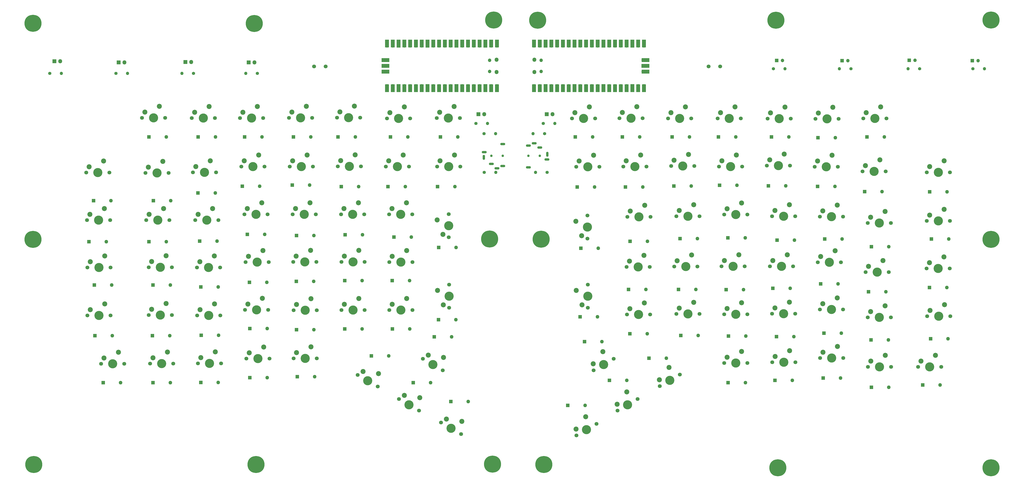
<source format=gbr>
%TF.GenerationSoftware,KiCad,Pcbnew,7.0.1-3b83917a11~172~ubuntu22.04.1*%
%TF.CreationDate,2023-03-31T12:58:08+02:00*%
%TF.ProjectId,Europe-ergo,4575726f-7065-42d6-9572-676f2e6b6963,rev?*%
%TF.SameCoordinates,Original*%
%TF.FileFunction,Soldermask,Bot*%
%TF.FilePolarity,Negative*%
%FSLAX46Y46*%
G04 Gerber Fmt 4.6, Leading zero omitted, Abs format (unit mm)*
G04 Created by KiCad (PCBNEW 7.0.1-3b83917a11~172~ubuntu22.04.1) date 2023-03-31 12:58:08*
%MOMM*%
%LPD*%
G01*
G04 APERTURE LIST*
%ADD10O,1.100000X2.200000*%
%ADD11O,2.200000X1.100000*%
%ADD12C,1.100000*%
%ADD13R,1.600000X1.600000*%
%ADD14O,1.600000X1.600000*%
%ADD15C,7.500000*%
%ADD16C,1.700000*%
%ADD17C,4.000000*%
%ADD18C,2.200000*%
%ADD19R,1.500000X1.500000*%
%ADD20O,1.500000X1.500000*%
%ADD21C,1.400000*%
%ADD22O,1.400000X1.400000*%
%ADD23R,1.800000X1.800000*%
%ADD24O,1.800000X1.800000*%
%ADD25O,1.700000X1.700000*%
%ADD26R,1.700000X3.500000*%
%ADD27R,1.700000X1.700000*%
%ADD28R,3.500000X1.700000*%
G04 APERTURE END LIST*
D10*
%TO.C,J2*%
X326275000Y-91550000D03*
D11*
X322975000Y-88650000D03*
X326075000Y-93850000D03*
X317975000Y-87750000D03*
X317975000Y-97350000D03*
X320475000Y-86750000D03*
D12*
X317975000Y-92250000D03*
X322975000Y-92250000D03*
%TD*%
D10*
%TO.C,J1*%
X298370000Y-92930000D03*
D11*
X301670000Y-95830000D03*
X298570000Y-90630000D03*
X306670000Y-96730000D03*
X306670000Y-87130000D03*
X304170000Y-97730000D03*
D12*
X306670000Y-92230000D03*
X301670000Y-92230000D03*
%TD*%
D13*
%TO.C,D85*%
X426860000Y-171760000D03*
D14*
X434480000Y-171760000D03*
%TD*%
D13*
%TO.C,D90*%
X153190000Y-192000000D03*
D14*
X160810000Y-192000000D03*
%TD*%
D13*
%TO.C,D92*%
X267380000Y-192000000D03*
D14*
X275000000Y-192000000D03*
%TD*%
D15*
%TO.C,H13*%
X302750000Y-32600000D03*
%TD*%
D13*
%TO.C,D3*%
X193400000Y-84000000D03*
D14*
X201020000Y-84000000D03*
%TD*%
D13*
%TO.C,D22*%
X192360000Y-105600000D03*
D14*
X199980000Y-105600000D03*
%TD*%
D16*
%TO.C,SW41*%
X343900000Y-128700000D03*
D17*
X343900000Y-123620000D03*
D16*
X343900000Y-118540000D03*
D18*
X338820000Y-121080000D03*
X341360000Y-127430000D03*
%TD*%
D16*
%TO.C,SW64*%
X151340000Y-162280000D03*
D17*
X156420000Y-162280000D03*
D16*
X161500000Y-162280000D03*
D18*
X158960000Y-157200000D03*
X152610000Y-159740000D03*
%TD*%
D16*
%TO.C,SW48*%
X492775000Y-120880000D03*
D17*
X497855000Y-120880000D03*
D16*
X502935000Y-120880000D03*
D18*
X500395000Y-115800000D03*
X494045000Y-118340000D03*
%TD*%
D13*
%TO.C,D95*%
X353550000Y-191000000D03*
D14*
X361170000Y-191000000D03*
%TD*%
D13*
%TO.C,D94*%
X335190000Y-202000000D03*
D14*
X342810000Y-202000000D03*
%TD*%
D15*
%TO.C,H6*%
X521000000Y-32600000D03*
%TD*%
D19*
%TO.C,D42*%
X512730000Y-50440000D03*
D20*
X515270000Y-50440000D03*
%TD*%
D16*
%TO.C,SW45*%
X424920000Y-118880000D03*
D17*
X430000000Y-118880000D03*
D16*
X435080000Y-118880000D03*
D18*
X432540000Y-113800000D03*
X426190000Y-116340000D03*
%TD*%
D16*
%TO.C,SW76*%
X403920000Y-161960000D03*
D17*
X409000000Y-161960000D03*
D16*
X414080000Y-161960000D03*
D18*
X411540000Y-156880000D03*
X405190000Y-159420000D03*
%TD*%
D13*
%TO.C,D55*%
X405520000Y-128360000D03*
D14*
X413140000Y-128360000D03*
%TD*%
D13*
%TO.C,D72*%
X152960000Y-171380000D03*
D14*
X160580000Y-171380000D03*
%TD*%
D16*
%TO.C,SW83*%
X172920000Y-183500000D03*
D17*
X178000000Y-183500000D03*
D16*
X183080000Y-183500000D03*
D18*
X180540000Y-178420000D03*
X174190000Y-180960000D03*
%TD*%
D13*
%TO.C,D44*%
X341000000Y-132920000D03*
D14*
X348620000Y-132920000D03*
%TD*%
D16*
%TO.C,SW62*%
X492675000Y-141800000D03*
D17*
X497755000Y-141800000D03*
D16*
X502835000Y-141800000D03*
D18*
X500295000Y-136720000D03*
X493945000Y-139260000D03*
%TD*%
D21*
%TO.C,R2*%
X136920000Y-56000000D03*
D22*
X142000000Y-56000000D03*
%TD*%
D16*
%TO.C,SW47*%
X466920000Y-121840000D03*
D17*
X472000000Y-121840000D03*
D16*
X477080000Y-121840000D03*
D18*
X474540000Y-116760000D03*
X468190000Y-119300000D03*
%TD*%
D15*
%TO.C,H5*%
X100900000Y-228000000D03*
%TD*%
D16*
%TO.C,SW91*%
X375600586Y-193540009D03*
D17*
X379999995Y-191000009D03*
D16*
X384399405Y-188460009D03*
D18*
X379659700Y-185330600D03*
X375430439Y-190705305D03*
%TD*%
D16*
%TO.C,SW75*%
X382920000Y-161800000D03*
D17*
X388000000Y-161800000D03*
D16*
X393080000Y-161800000D03*
D18*
X390540000Y-156720000D03*
X384190000Y-159260000D03*
%TD*%
D15*
%TO.C,H1*%
X100500000Y-34000000D03*
%TD*%
D21*
%TO.C,R14*%
X298460000Y-82500000D03*
D22*
X303540000Y-82500000D03*
%TD*%
D16*
%TO.C,SW40*%
X283000000Y-128080000D03*
D17*
X283000000Y-123000000D03*
D16*
X283000000Y-117920000D03*
D18*
X277920000Y-120460000D03*
X280460000Y-126810000D03*
%TD*%
D13*
%TO.C,D34*%
X151400000Y-130000000D03*
D14*
X159020000Y-130000000D03*
%TD*%
D16*
%TO.C,SW61*%
X465920000Y-143380000D03*
D17*
X471000000Y-143380000D03*
D16*
X476080000Y-143380000D03*
D18*
X473540000Y-138300000D03*
X467190000Y-140840000D03*
%TD*%
D21*
%TO.C,R3*%
X171000000Y-56000000D03*
D22*
X165920000Y-56000000D03*
%TD*%
D13*
%TO.C,D49*%
X173690000Y-129800000D03*
D14*
X181310000Y-129800000D03*
%TD*%
D16*
%TO.C,SW13*%
X443920000Y-76000000D03*
D17*
X449000000Y-76000000D03*
D16*
X454080000Y-76000000D03*
D18*
X451540000Y-70920000D03*
X445190000Y-73460000D03*
%TD*%
D16*
%TO.C,SW39*%
X256840000Y-118000000D03*
D17*
X261920000Y-118000000D03*
D16*
X267000000Y-118000000D03*
D18*
X264460000Y-112920000D03*
X258110000Y-115460000D03*
%TD*%
D16*
%TO.C,SW36*%
X193340000Y-118000000D03*
D17*
X198420000Y-118000000D03*
D16*
X203500000Y-118000000D03*
D18*
X200960000Y-112920000D03*
X194610000Y-115460000D03*
%TD*%
D15*
%TO.C,H16*%
X427400000Y-229450000D03*
%TD*%
D13*
%TO.C,D83*%
X384800000Y-171260000D03*
D14*
X392420000Y-171260000D03*
%TD*%
D13*
%TO.C,D102*%
X195660000Y-189800000D03*
D14*
X203280000Y-189800000D03*
%TD*%
D13*
%TO.C,D5*%
X279380000Y-84000000D03*
D14*
X287000000Y-84000000D03*
%TD*%
D16*
%TO.C,SW29*%
X422590000Y-96610000D03*
D17*
X427670000Y-96610000D03*
D16*
X432750000Y-96610000D03*
D18*
X430210000Y-91530000D03*
X423860000Y-94070000D03*
%TD*%
D13*
%TO.C,D65*%
X195510000Y-147900000D03*
D14*
X203130000Y-147900000D03*
%TD*%
D16*
%TO.C,SW58*%
X402730000Y-140840000D03*
D17*
X407810000Y-140840000D03*
D16*
X412890000Y-140840000D03*
D18*
X410350000Y-135760000D03*
X404000000Y-138300000D03*
%TD*%
D16*
%TO.C,SW60*%
X444920000Y-139040000D03*
D17*
X450000000Y-139040000D03*
D16*
X455080000Y-139040000D03*
D18*
X452540000Y-133960000D03*
X446190000Y-136500000D03*
%TD*%
D13*
%TO.C,D99*%
X174200000Y-191900000D03*
D14*
X181820000Y-191900000D03*
%TD*%
D16*
%TO.C,SW84*%
X194200000Y-181400000D03*
D17*
X199280000Y-181400000D03*
D16*
X204360000Y-181400000D03*
D18*
X201820000Y-176320000D03*
X195470000Y-178860000D03*
%TD*%
D15*
%TO.C,H2*%
X521000000Y-229450000D03*
%TD*%
D16*
%TO.C,SW6*%
X255920000Y-75800000D03*
D17*
X261000000Y-75800000D03*
D16*
X266080000Y-75800000D03*
D18*
X263540000Y-70720000D03*
X257190000Y-73260000D03*
%TD*%
D13*
%TO.C,D50*%
X362550000Y-129840000D03*
D14*
X370170000Y-129840000D03*
%TD*%
D23*
%TO.C,D38*%
X296000000Y-74000000D03*
D24*
X298540000Y-74000000D03*
%TD*%
D16*
%TO.C,SW50*%
X151350000Y-141300000D03*
D17*
X156430000Y-141300000D03*
D16*
X161510000Y-141300000D03*
D18*
X158970000Y-136220000D03*
X152620000Y-138760000D03*
%TD*%
D13*
%TO.C,D48*%
X258920000Y-128000000D03*
D14*
X266540000Y-128000000D03*
%TD*%
D16*
%TO.C,SW46*%
X445920000Y-118980000D03*
D17*
X451000000Y-118980000D03*
D16*
X456080000Y-118980000D03*
D18*
X453540000Y-113900000D03*
X447190000Y-116440000D03*
%TD*%
D13*
%TO.C,D16*%
X153380000Y-112000000D03*
D14*
X161000000Y-112000000D03*
%TD*%
D13*
%TO.C,D80*%
X195700000Y-168180000D03*
D14*
X203320000Y-168180000D03*
%TD*%
D21*
%TO.C,R6*%
X425470000Y-54000000D03*
D22*
X430550000Y-54000000D03*
%TD*%
D16*
%TO.C,SW96*%
X488990000Y-185080000D03*
D17*
X494070000Y-185080000D03*
D16*
X499150000Y-185080000D03*
D18*
X496610000Y-180000000D03*
X490260000Y-182540000D03*
%TD*%
D13*
%TO.C,D93*%
X283889600Y-200284700D03*
D14*
X291509600Y-200284700D03*
%TD*%
D13*
%TO.C,D23*%
X214300000Y-105140000D03*
D14*
X221920000Y-105140000D03*
%TD*%
D16*
%TO.C,SW44*%
X403920000Y-118100000D03*
D17*
X409000000Y-118100000D03*
D16*
X414080000Y-118100000D03*
D18*
X411540000Y-113020000D03*
X405190000Y-115560000D03*
%TD*%
D13*
%TO.C,D18*%
X339410000Y-106005000D03*
D14*
X347030000Y-106005000D03*
%TD*%
D16*
%TO.C,SW34*%
X150220000Y-120500000D03*
D17*
X155300000Y-120500000D03*
D16*
X160380000Y-120500000D03*
D18*
X157840000Y-115420000D03*
X151490000Y-117960000D03*
%TD*%
D16*
%TO.C,SW22*%
X234320000Y-96900000D03*
D17*
X239400000Y-96900000D03*
D16*
X244480000Y-96900000D03*
D18*
X241940000Y-91820000D03*
X235590000Y-94360000D03*
%TD*%
D16*
%TO.C,SW18*%
X149920000Y-99800000D03*
D17*
X155000000Y-99800000D03*
D16*
X160080000Y-99800000D03*
D18*
X157540000Y-94720000D03*
X151190000Y-97260000D03*
%TD*%
D13*
%TO.C,D57*%
X127410000Y-149100000D03*
D14*
X135030000Y-149100000D03*
%TD*%
D16*
%TO.C,SW80*%
X492975000Y-162800000D03*
D17*
X498055000Y-162800000D03*
D16*
X503135000Y-162800000D03*
D18*
X500595000Y-157720000D03*
X494245000Y-160260000D03*
%TD*%
D16*
%TO.C,SW17*%
X123880000Y-99600000D03*
D17*
X128960000Y-99600000D03*
D16*
X134040000Y-99600000D03*
D18*
X131500000Y-94520000D03*
X125150000Y-97060000D03*
%TD*%
D13*
%TO.C,D59*%
X467190000Y-152040000D03*
D14*
X474810000Y-152040000D03*
%TD*%
D16*
%TO.C,SW2*%
X170180000Y-75700000D03*
D17*
X175260000Y-75700000D03*
D16*
X180340000Y-75700000D03*
D18*
X177800000Y-70620000D03*
X171450000Y-73160000D03*
%TD*%
D13*
%TO.C,D62*%
X237390000Y-147100000D03*
D14*
X245010000Y-147100000D03*
%TD*%
D13*
%TO.C,D88*%
X362520000Y-170525000D03*
D14*
X370140000Y-170525000D03*
%TD*%
D16*
%TO.C,SW42*%
X361350000Y-119080000D03*
D17*
X366430000Y-119080000D03*
D16*
X371510000Y-119080000D03*
D18*
X368970000Y-114000000D03*
X362620000Y-116540000D03*
%TD*%
D13*
%TO.C,D47*%
X237540000Y-127000000D03*
D14*
X245160000Y-127000000D03*
%TD*%
D13*
%TO.C,D15*%
X127110000Y-112000000D03*
D14*
X134730000Y-112000000D03*
%TD*%
D13*
%TO.C,D71*%
X127700000Y-171380000D03*
D14*
X135320000Y-171380000D03*
%TD*%
D21*
%TO.C,R8*%
X489630000Y-54000000D03*
D22*
X484550000Y-54000000D03*
%TD*%
D13*
%TO.C,D52*%
X194630000Y-126800000D03*
D14*
X202250000Y-126800000D03*
%TD*%
D16*
%TO.C,SW9*%
X357920000Y-75740000D03*
D17*
X363000000Y-75740000D03*
D16*
X368080000Y-75740000D03*
D18*
X365540000Y-70660000D03*
X359190000Y-73200000D03*
%TD*%
D13*
%TO.C,D20*%
X494045000Y-108065000D03*
D14*
X501665000Y-108065000D03*
%TD*%
D16*
%TO.C,SW19*%
X170730000Y-99540000D03*
D17*
X175810000Y-99540000D03*
D16*
X180890000Y-99540000D03*
D18*
X178350000Y-94460000D03*
X172000000Y-97000000D03*
%TD*%
D15*
%TO.C,H10*%
X322000000Y-32650000D03*
%TD*%
D13*
%TO.C,D66*%
X361930000Y-151040000D03*
D14*
X369550000Y-151040000D03*
%TD*%
D13*
%TO.C,D67*%
X383800000Y-151040000D03*
D14*
X391420000Y-151040000D03*
%TD*%
D13*
%TO.C,D104*%
X426170000Y-191000000D03*
D14*
X433790000Y-191000000D03*
%TD*%
D16*
%TO.C,SW70*%
X283180000Y-159080000D03*
D17*
X283180000Y-154000000D03*
D16*
X283180000Y-148920000D03*
D18*
X278100000Y-151460000D03*
X280640000Y-157810000D03*
%TD*%
D13*
%TO.C,D73*%
X278520000Y-164280000D03*
D14*
X286140000Y-164280000D03*
%TD*%
D13*
%TO.C,D86*%
X447620000Y-170260000D03*
D14*
X455240000Y-170260000D03*
%TD*%
D16*
%TO.C,SW11*%
X401000000Y-75860000D03*
D17*
X406080000Y-75860000D03*
D16*
X411160000Y-75860000D03*
D18*
X408620000Y-70780000D03*
X402270000Y-73320000D03*
%TD*%
D13*
%TO.C,D28*%
X401860000Y-105225000D03*
D14*
X409480000Y-105225000D03*
%TD*%
D21*
%TO.C,R1*%
X107920000Y-56000000D03*
D22*
X113000000Y-56000000D03*
%TD*%
D16*
%TO.C,SW89*%
X339010586Y-215200009D03*
D17*
X343409995Y-212660009D03*
D16*
X347809405Y-210120009D03*
D18*
X343069700Y-206990600D03*
X338840439Y-212365305D03*
%TD*%
D19*
%TO.C,D40*%
X455614700Y-50440000D03*
D20*
X458154700Y-50440000D03*
%TD*%
D16*
%TO.C,SW94*%
X445990000Y-181180000D03*
D17*
X451070000Y-181180000D03*
D16*
X456150000Y-181180000D03*
D18*
X453610000Y-176100000D03*
X447260000Y-178640000D03*
%TD*%
D13*
%TO.C,D30*%
X444860000Y-105740000D03*
D14*
X452480000Y-105740000D03*
%TD*%
D16*
%TO.C,SW1*%
X148380000Y-75600000D03*
D17*
X153460000Y-75600000D03*
D16*
X158540000Y-75600000D03*
D18*
X156000000Y-70520000D03*
X149650000Y-73060000D03*
%TD*%
D15*
%TO.C,H8*%
X426550000Y-32650000D03*
%TD*%
D16*
%TO.C,SW53*%
X214760000Y-138940000D03*
D17*
X219840000Y-138940000D03*
D16*
X224920000Y-138940000D03*
D18*
X222380000Y-133860000D03*
X216030000Y-136400000D03*
%TD*%
D16*
%TO.C,SW56*%
X361050000Y-141080000D03*
D17*
X366130000Y-141080000D03*
D16*
X371210000Y-141080000D03*
D18*
X368670000Y-136000000D03*
X362320000Y-138540000D03*
%TD*%
D13*
%TO.C,D60*%
X493945000Y-150205000D03*
D14*
X501565000Y-150205000D03*
%TD*%
D16*
%TO.C,SW72*%
X346600586Y-186540009D03*
D17*
X350999995Y-184000009D03*
D16*
X355399405Y-181460009D03*
D18*
X350659700Y-178330600D03*
X346430439Y-183705305D03*
%TD*%
D16*
%TO.C,SW78*%
X445920000Y-159800000D03*
D17*
X451000000Y-159800000D03*
D16*
X456080000Y-159800000D03*
D18*
X453540000Y-154720000D03*
X447190000Y-157260000D03*
%TD*%
D13*
%TO.C,D63*%
X258190000Y-147100000D03*
D14*
X265810000Y-147100000D03*
%TD*%
D13*
%TO.C,D51*%
X384520000Y-128700000D03*
D14*
X392140000Y-128700000D03*
%TD*%
D16*
%TO.C,SW77*%
X424920000Y-161720000D03*
D17*
X430000000Y-161720000D03*
D16*
X435080000Y-161720000D03*
D18*
X432540000Y-156640000D03*
X426190000Y-159180000D03*
%TD*%
D16*
%TO.C,SW28*%
X401590000Y-97000000D03*
D17*
X406670000Y-97000000D03*
D16*
X411750000Y-97000000D03*
D18*
X409210000Y-91920000D03*
X402860000Y-94460000D03*
%TD*%
D13*
%TO.C,D13*%
X381000000Y-84000000D03*
D14*
X388620000Y-84000000D03*
%TD*%
D23*
%TO.C,D32*%
X138100000Y-51200000D03*
D24*
X140640000Y-51200000D03*
%TD*%
D16*
%TO.C,SW95*%
X466990000Y-185080000D03*
D17*
X472070000Y-185080000D03*
D16*
X477150000Y-185080000D03*
D18*
X474610000Y-180000000D03*
X468260000Y-182540000D03*
%TD*%
D16*
%TO.C,SW3*%
X191380000Y-75700000D03*
D17*
X196460000Y-75700000D03*
D16*
X201540000Y-75700000D03*
D18*
X199000000Y-70620000D03*
X192650000Y-73160000D03*
%TD*%
D13*
%TO.C,D78*%
X494475000Y-172660000D03*
D14*
X502095000Y-172660000D03*
%TD*%
D13*
%TO.C,D12*%
X234380000Y-84000000D03*
D14*
X242000000Y-84000000D03*
%TD*%
D13*
%TO.C,D2*%
X173000000Y-84000000D03*
D14*
X180620000Y-84000000D03*
%TD*%
D16*
%TO.C,SW7*%
X277720000Y-75700000D03*
D17*
X282800000Y-75700000D03*
D16*
X287880000Y-75700000D03*
D18*
X285340000Y-70620000D03*
X278990000Y-73160000D03*
%TD*%
D16*
%TO.C,SW55*%
X256920000Y-139000000D03*
D17*
X262000000Y-139000000D03*
D16*
X267080000Y-139000000D03*
D18*
X264540000Y-133920000D03*
X258190000Y-136460000D03*
%TD*%
D21*
%TO.C,R9*%
X513010000Y-54000000D03*
D22*
X518090000Y-54000000D03*
%TD*%
D13*
%TO.C,D87*%
X258280000Y-168380000D03*
D14*
X265900000Y-168380000D03*
%TD*%
D13*
%TO.C,D53*%
X216140000Y-127340000D03*
D14*
X223760000Y-127340000D03*
%TD*%
D16*
%TO.C,SW57*%
X381920000Y-140980000D03*
D17*
X387000000Y-140980000D03*
D16*
X392080000Y-140980000D03*
D18*
X389540000Y-135900000D03*
X383190000Y-138440000D03*
%TD*%
D21*
%TO.C,R11*%
X326170000Y-99500000D03*
D22*
X321090000Y-99500000D03*
%TD*%
D15*
%TO.C,H15*%
X302200000Y-227800000D03*
%TD*%
%TO.C,H9*%
X300900000Y-128800000D03*
%TD*%
D13*
%TO.C,D46*%
X494855000Y-128800000D03*
D14*
X502475000Y-128800000D03*
%TD*%
D13*
%TO.C,D4*%
X257380000Y-84000000D03*
D14*
X265000000Y-84000000D03*
%TD*%
D15*
%TO.C,H7*%
X100500000Y-129000000D03*
%TD*%
D13*
%TO.C,D101*%
X447290000Y-190000000D03*
D14*
X454910000Y-190000000D03*
%TD*%
D13*
%TO.C,D68*%
X404710000Y-151100000D03*
D14*
X412330000Y-151100000D03*
%TD*%
D15*
%TO.C,H4*%
X521000000Y-129000000D03*
%TD*%
D13*
%TO.C,D82*%
X237380000Y-168380000D03*
D14*
X245000000Y-168380000D03*
%TD*%
D16*
%TO.C,SW14*%
X464920000Y-75840000D03*
D17*
X470000000Y-75840000D03*
D16*
X475080000Y-75840000D03*
D18*
X472540000Y-70760000D03*
X466190000Y-73300000D03*
%TD*%
D13*
%TO.C,D19*%
X465560000Y-108005000D03*
D14*
X473180000Y-108005000D03*
%TD*%
D16*
%TO.C,SW52*%
X193840000Y-139000000D03*
D17*
X198920000Y-139000000D03*
D16*
X204000000Y-139000000D03*
D18*
X201460000Y-133920000D03*
X195110000Y-136460000D03*
%TD*%
D13*
%TO.C,D7*%
X466520000Y-84000000D03*
D14*
X474140000Y-84000000D03*
%TD*%
D13*
%TO.C,D69*%
X425200000Y-150540000D03*
D14*
X432820000Y-150540000D03*
%TD*%
D13*
%TO.C,D75*%
X342560000Y-173970600D03*
D14*
X350180000Y-173970600D03*
%TD*%
D19*
%TO.C,D39*%
X426914700Y-50340000D03*
D20*
X429454700Y-50340000D03*
%TD*%
D16*
%TO.C,SW71*%
X271600586Y-181460009D03*
D17*
X275999995Y-184000009D03*
D16*
X280399405Y-186540009D03*
D18*
X280739700Y-180870600D03*
X273970439Y-179895305D03*
%TD*%
D16*
%TO.C,SW67*%
X214920000Y-160120000D03*
D17*
X220000000Y-160120000D03*
D16*
X225080000Y-160120000D03*
D18*
X222540000Y-155040000D03*
X216190000Y-157580000D03*
%TD*%
D16*
%TO.C,SW49*%
X124380000Y-141400000D03*
D17*
X129460000Y-141400000D03*
D16*
X134540000Y-141400000D03*
D18*
X132000000Y-136320000D03*
X125650000Y-138860000D03*
%TD*%
D16*
%TO.C,SW21*%
X213220000Y-97040000D03*
D17*
X218300000Y-97040000D03*
D16*
X223380000Y-97040000D03*
D18*
X220840000Y-91960000D03*
X214490000Y-94500000D03*
%TD*%
D16*
%TO.C,SW82*%
X151920000Y-183580000D03*
D17*
X157000000Y-183580000D03*
D16*
X162080000Y-183580000D03*
D18*
X159540000Y-178500000D03*
X153190000Y-181040000D03*
%TD*%
D15*
%TO.C,H14*%
X324750000Y-228000000D03*
%TD*%
D13*
%TO.C,D77*%
X468320000Y-173220000D03*
D14*
X475940000Y-173220000D03*
%TD*%
D13*
%TO.C,D79*%
X174390000Y-171180000D03*
D14*
X182010000Y-171180000D03*
%TD*%
D16*
%TO.C,SW27*%
X380590000Y-96740000D03*
D17*
X385670000Y-96740000D03*
D16*
X390750000Y-96740000D03*
D18*
X388210000Y-91660000D03*
X381860000Y-94200000D03*
%TD*%
D23*
%TO.C,D31*%
X109900000Y-50700000D03*
D24*
X112440000Y-50700000D03*
%TD*%
D21*
%TO.C,R7*%
X459550000Y-54000000D03*
D22*
X454470000Y-54000000D03*
%TD*%
D13*
%TO.C,D91*%
X249000000Y-180250000D03*
D14*
X256620000Y-180250000D03*
%TD*%
D21*
%TO.C,R4*%
X199000000Y-56000000D03*
D22*
X193920000Y-56000000D03*
%TD*%
D13*
%TO.C,D56*%
X427100000Y-129340000D03*
D14*
X434720000Y-129340000D03*
%TD*%
D21*
%TO.C,R13*%
X298540000Y-99500000D03*
D22*
X303620000Y-99500000D03*
%TD*%
D16*
%TO.C,SW32*%
X492775000Y-99540000D03*
D17*
X497855000Y-99540000D03*
D16*
X502935000Y-99540000D03*
D18*
X500395000Y-94460000D03*
X494045000Y-97000000D03*
%TD*%
D16*
%TO.C,SW79*%
X466920000Y-163260000D03*
D17*
X472000000Y-163260000D03*
D16*
X477080000Y-163260000D03*
D18*
X474540000Y-158180000D03*
X468190000Y-160720000D03*
%TD*%
D13*
%TO.C,D89*%
X131360000Y-192000000D03*
D14*
X138980000Y-192000000D03*
%TD*%
D16*
%TO.C,SW66*%
X193580000Y-159980000D03*
D17*
X198660000Y-159980000D03*
D16*
X203740000Y-159980000D03*
D18*
X201200000Y-154900000D03*
X194850000Y-157440000D03*
%TD*%
D16*
%TO.C,SW63*%
X124380000Y-162480000D03*
D17*
X129460000Y-162480000D03*
D16*
X134540000Y-162480000D03*
D18*
X132000000Y-157400000D03*
X125650000Y-159940000D03*
%TD*%
D21*
%TO.C,R12*%
X325090000Y-82500000D03*
D22*
X320010000Y-82500000D03*
%TD*%
D16*
%TO.C,SW90*%
X357070586Y-204300009D03*
D17*
X361469995Y-201760009D03*
D16*
X365869405Y-199220009D03*
D18*
X361129700Y-196090600D03*
X356900439Y-201465305D03*
%TD*%
D16*
%TO.C,SW92*%
X403920000Y-183340000D03*
D17*
X409000000Y-183340000D03*
D16*
X414080000Y-183340000D03*
D18*
X411540000Y-178260000D03*
X405190000Y-180800000D03*
%TD*%
D23*
%TO.C,D43*%
X326000000Y-74000000D03*
D24*
X328540000Y-74000000D03*
%TD*%
D16*
%TO.C,SW87*%
X261140586Y-199180009D03*
D17*
X265539995Y-201720009D03*
D16*
X269939405Y-204260009D03*
D18*
X270279700Y-198590600D03*
X263510439Y-197615305D03*
%TD*%
D13*
%TO.C,D81*%
X216190000Y-168720000D03*
D14*
X223810000Y-168720000D03*
%TD*%
D16*
%TO.C,SW4*%
X212920000Y-75600000D03*
D17*
X218000000Y-75600000D03*
D16*
X223080000Y-75600000D03*
D18*
X220540000Y-70520000D03*
X214190000Y-73060000D03*
%TD*%
D16*
%TO.C,SW37*%
X214460000Y-118040000D03*
D17*
X219540000Y-118040000D03*
D16*
X224620000Y-118040000D03*
D18*
X222080000Y-112960000D03*
X215730000Y-115500000D03*
%TD*%
D16*
%TO.C,SW33*%
X124240000Y-120500000D03*
D17*
X129320000Y-120500000D03*
D16*
X134400000Y-120500000D03*
D18*
X131860000Y-115420000D03*
X125510000Y-117960000D03*
%TD*%
D16*
%TO.C,SW51*%
X172530000Y-141400000D03*
D17*
X177610000Y-141400000D03*
D16*
X182690000Y-141400000D03*
D18*
X180150000Y-136320000D03*
X173800000Y-138860000D03*
%TD*%
D16*
%TO.C,SW5*%
X233920000Y-75500000D03*
D17*
X239000000Y-75500000D03*
D16*
X244080000Y-75500000D03*
D18*
X241540000Y-70420000D03*
X235190000Y-72960000D03*
%TD*%
D13*
%TO.C,D14*%
X401390000Y-84000000D03*
D14*
X409010000Y-84000000D03*
%TD*%
D13*
%TO.C,D61*%
X216110000Y-147440000D03*
D14*
X223730000Y-147440000D03*
%TD*%
D16*
%TO.C,SW12*%
X422920000Y-75940000D03*
D17*
X428000000Y-75940000D03*
D16*
X433080000Y-75940000D03*
D18*
X430540000Y-70860000D03*
X424190000Y-73400000D03*
%TD*%
D13*
%TO.C,D96*%
X370860000Y-181240000D03*
D14*
X378480000Y-181240000D03*
%TD*%
D13*
%TO.C,D35*%
X278560000Y-132540000D03*
D14*
X286180000Y-132540000D03*
%TD*%
D15*
%TO.C,H11*%
X198400000Y-228000000D03*
%TD*%
D16*
%TO.C,SW31*%
X464590000Y-99080000D03*
D17*
X469670000Y-99080000D03*
D16*
X474750000Y-99080000D03*
D18*
X472210000Y-94000000D03*
X465860000Y-96540000D03*
%TD*%
D13*
%TO.C,D27*%
X381760000Y-105565000D03*
D14*
X389380000Y-105565000D03*
%TD*%
D15*
%TO.C,H12*%
X323550000Y-128900000D03*
%TD*%
D13*
%TO.C,D45*%
X468500000Y-132200000D03*
D14*
X476120000Y-132200000D03*
%TD*%
D16*
%TO.C,SW43*%
X382920000Y-118840000D03*
D17*
X388000000Y-118840000D03*
D16*
X393080000Y-118840000D03*
D18*
X390540000Y-113760000D03*
X384190000Y-116300000D03*
%TD*%
D13*
%TO.C,D33*%
X125100000Y-130000000D03*
D14*
X132720000Y-130000000D03*
%TD*%
D13*
%TO.C,D100*%
X216500000Y-189340000D03*
D14*
X224120000Y-189340000D03*
%TD*%
D13*
%TO.C,D11*%
X214800000Y-84000000D03*
D14*
X222420000Y-84000000D03*
%TD*%
D16*
%TO.C,SW85*%
X214920000Y-181340000D03*
D17*
X220000000Y-181340000D03*
D16*
X225080000Y-181340000D03*
D18*
X222540000Y-176260000D03*
X216190000Y-178800000D03*
%TD*%
D13*
%TO.C,D8*%
X338550000Y-84000000D03*
D14*
X346170000Y-84000000D03*
%TD*%
D13*
%TO.C,D26*%
X360560000Y-106005000D03*
D14*
X368180000Y-106005000D03*
%TD*%
D23*
%TO.C,D37*%
X195200000Y-51200000D03*
D24*
X197740000Y-51200000D03*
%TD*%
D16*
%TO.C,SW8*%
X337050000Y-75840000D03*
D17*
X342130000Y-75840000D03*
D16*
X347210000Y-75840000D03*
D18*
X344670000Y-70760000D03*
X338320000Y-73300000D03*
%TD*%
D13*
%TO.C,D17*%
X278080000Y-105800000D03*
D14*
X285700000Y-105800000D03*
%TD*%
D13*
%TO.C,D9*%
X359190000Y-84000000D03*
D14*
X366810000Y-84000000D03*
%TD*%
D16*
%TO.C,SW10*%
X379260000Y-75840000D03*
D17*
X384340000Y-75840000D03*
D16*
X389420000Y-75840000D03*
D18*
X386880000Y-70760000D03*
X380530000Y-73300000D03*
%TD*%
D13*
%TO.C,D64*%
X174180000Y-149900000D03*
D14*
X181800000Y-149900000D03*
%TD*%
D13*
%TO.C,D97*%
X468490000Y-194000000D03*
D14*
X476110000Y-194000000D03*
%TD*%
D16*
%TO.C,SW68*%
X235920000Y-160080000D03*
D17*
X241000000Y-160080000D03*
D16*
X246080000Y-160080000D03*
D18*
X243540000Y-155000000D03*
X237190000Y-157540000D03*
%TD*%
D16*
%TO.C,SW26*%
X359590000Y-96980000D03*
D17*
X364670000Y-96980000D03*
D16*
X369750000Y-96980000D03*
D18*
X367210000Y-91900000D03*
X360860000Y-94440000D03*
%TD*%
D16*
%TO.C,SW24*%
X277920000Y-97000000D03*
D17*
X283000000Y-97000000D03*
D16*
X288080000Y-97000000D03*
D18*
X285540000Y-91920000D03*
X279190000Y-94460000D03*
%TD*%
D13*
%TO.C,D70*%
X446190000Y-148565000D03*
D14*
X453810000Y-148565000D03*
%TD*%
D13*
%TO.C,D76*%
X340640000Y-163000000D03*
D14*
X348260000Y-163000000D03*
%TD*%
D16*
%TO.C,SW38*%
X235760000Y-118000000D03*
D17*
X240840000Y-118000000D03*
D16*
X245920000Y-118000000D03*
D18*
X243380000Y-112920000D03*
X237030000Y-115460000D03*
%TD*%
D21*
%TO.C,R5*%
X294920000Y-78000000D03*
D22*
X300000000Y-78000000D03*
%TD*%
D16*
%TO.C,SW35*%
X171730000Y-120540000D03*
D17*
X176810000Y-120540000D03*
D16*
X181890000Y-120540000D03*
D18*
X179350000Y-115460000D03*
X173000000Y-118000000D03*
%TD*%
D16*
%TO.C,SW81*%
X130380000Y-183680000D03*
D17*
X135460000Y-183680000D03*
D16*
X140540000Y-183680000D03*
D18*
X138000000Y-178600000D03*
X131650000Y-181140000D03*
%TD*%
D15*
%TO.C,H3*%
X197600000Y-34100000D03*
%TD*%
D13*
%TO.C,D21*%
X172900000Y-108600000D03*
D14*
X180520000Y-108600000D03*
%TD*%
D13*
%TO.C,D58*%
X153220000Y-149100000D03*
D14*
X160840000Y-149100000D03*
%TD*%
D16*
%TO.C,SW20*%
X192000000Y-97000000D03*
D17*
X197080000Y-97000000D03*
D16*
X202160000Y-97000000D03*
D18*
X199620000Y-91920000D03*
X193270000Y-94460000D03*
%TD*%
D13*
%TO.C,D103*%
X405620000Y-192000000D03*
D14*
X413240000Y-192000000D03*
%TD*%
D16*
%TO.C,SW88*%
X279630186Y-209564709D03*
D17*
X284029595Y-212104709D03*
D16*
X288429005Y-214644709D03*
D18*
X288769300Y-208975300D03*
X282000039Y-208000005D03*
%TD*%
D13*
%TO.C,D98*%
X490970000Y-193000000D03*
D14*
X498590000Y-193000000D03*
%TD*%
D16*
%TO.C,SW86*%
X243060586Y-188630009D03*
D17*
X247459995Y-191170009D03*
D16*
X251859405Y-193710009D03*
D18*
X252199700Y-188040600D03*
X245430439Y-187065305D03*
%TD*%
D16*
%TO.C,SW23*%
X255420000Y-97000000D03*
D17*
X260500000Y-97000000D03*
D16*
X265580000Y-97000000D03*
D18*
X263040000Y-91920000D03*
X256690000Y-94460000D03*
%TD*%
D16*
%TO.C,SW73*%
X344000000Y-159080000D03*
D17*
X344000000Y-154000000D03*
D16*
X344000000Y-148920000D03*
D18*
X338920000Y-151460000D03*
X341460000Y-157810000D03*
%TD*%
D16*
%TO.C,SW54*%
X235940000Y-138900000D03*
D17*
X241020000Y-138900000D03*
D16*
X246100000Y-138900000D03*
D18*
X243560000Y-133820000D03*
X237210000Y-136360000D03*
%TD*%
D16*
%TO.C,SW69*%
X256920000Y-160080000D03*
D17*
X262000000Y-160080000D03*
D16*
X267080000Y-160080000D03*
D18*
X264540000Y-155000000D03*
X258190000Y-157540000D03*
%TD*%
D13*
%TO.C,D54*%
X448020000Y-128840000D03*
D14*
X455640000Y-128840000D03*
%TD*%
D13*
%TO.C,D10*%
X424650000Y-84000000D03*
D14*
X432270000Y-84000000D03*
%TD*%
D16*
%TO.C,SW74*%
X361250000Y-162000000D03*
D17*
X366330000Y-162000000D03*
D16*
X371410000Y-162000000D03*
D18*
X368870000Y-156920000D03*
X362520000Y-159460000D03*
%TD*%
D13*
%TO.C,D29*%
X423260000Y-105505000D03*
D14*
X430880000Y-105505000D03*
%TD*%
D13*
%TO.C,D25*%
X256280000Y-105800000D03*
D14*
X263900000Y-105800000D03*
%TD*%
D16*
%TO.C,SW93*%
X424990000Y-182980000D03*
D17*
X430070000Y-182980000D03*
D16*
X435150000Y-182980000D03*
D18*
X432610000Y-177900000D03*
X426260000Y-180440000D03*
%TD*%
D13*
%TO.C,D1*%
X151380000Y-84000000D03*
D14*
X159000000Y-84000000D03*
%TD*%
D13*
%TO.C,D24*%
X235800000Y-105800000D03*
D14*
X243420000Y-105800000D03*
%TD*%
D16*
%TO.C,SW65*%
X172580000Y-162480000D03*
D17*
X177660000Y-162480000D03*
D16*
X182740000Y-162480000D03*
D18*
X180200000Y-157400000D03*
X173850000Y-159940000D03*
%TD*%
D13*
%TO.C,D6*%
X445050000Y-84260000D03*
D14*
X452670000Y-84260000D03*
%TD*%
D13*
%TO.C,D74*%
X276660000Y-171880000D03*
D14*
X284280000Y-171880000D03*
%TD*%
D23*
%TO.C,D36*%
X167400000Y-51000000D03*
D24*
X169940000Y-51000000D03*
%TD*%
D16*
%TO.C,SW30*%
X443590000Y-97080000D03*
D17*
X448670000Y-97080000D03*
D16*
X453750000Y-97080000D03*
D18*
X451210000Y-92000000D03*
X444860000Y-94540000D03*
%TD*%
D19*
%TO.C,D41*%
X485114700Y-50240000D03*
D20*
X487654700Y-50240000D03*
%TD*%
D13*
%TO.C,D84*%
X405720000Y-171520000D03*
D14*
X413340000Y-171520000D03*
%TD*%
D16*
%TO.C,SW59*%
X423920000Y-140880000D03*
D17*
X429000000Y-140880000D03*
D16*
X434080000Y-140880000D03*
D18*
X431540000Y-135800000D03*
X425190000Y-138340000D03*
%TD*%
D21*
%TO.C,R10*%
X324460000Y-78000000D03*
D22*
X329540000Y-78000000D03*
%TD*%
D16*
%TO.C,SW25*%
X338920000Y-97080000D03*
D17*
X344000000Y-97080000D03*
D16*
X349080000Y-97080000D03*
D18*
X346540000Y-92000000D03*
X340190000Y-94540000D03*
%TD*%
D16*
%TO.C,SW16*%
X397010000Y-53000000D03*
X402090000Y-53000000D03*
%TD*%
D24*
%TO.C,U1*%
X304000000Y-55450000D03*
D20*
X300970000Y-55150000D03*
X300970000Y-50300000D03*
D24*
X304000000Y-50000000D03*
D25*
X304130000Y-61615000D03*
D26*
X304130000Y-62515000D03*
D25*
X301590000Y-61615000D03*
D26*
X301590000Y-62515000D03*
D27*
X299050000Y-61615000D03*
D26*
X299050000Y-62515000D03*
D25*
X296510000Y-61615000D03*
D26*
X296510000Y-62515000D03*
D25*
X293970000Y-61615000D03*
D26*
X293970000Y-62515000D03*
D25*
X291430000Y-61615000D03*
D26*
X291430000Y-62515000D03*
D25*
X288890000Y-61615000D03*
D26*
X288890000Y-62515000D03*
D27*
X286350000Y-61615000D03*
D26*
X286350000Y-62515000D03*
D25*
X283810000Y-61615000D03*
D26*
X283810000Y-62515000D03*
D25*
X281270000Y-61615000D03*
D26*
X281270000Y-62515000D03*
D25*
X278730000Y-61615000D03*
D26*
X278730000Y-62515000D03*
D25*
X276190000Y-61615000D03*
D26*
X276190000Y-62515000D03*
D27*
X273650000Y-61615000D03*
D26*
X273650000Y-62515000D03*
D25*
X271110000Y-61615000D03*
D26*
X271110000Y-62515000D03*
D25*
X268570000Y-61615000D03*
D26*
X268570000Y-62515000D03*
D25*
X266030000Y-61615000D03*
D26*
X266030000Y-62515000D03*
D25*
X263490000Y-61615000D03*
D26*
X263490000Y-62515000D03*
D27*
X260950000Y-61615000D03*
D26*
X260950000Y-62515000D03*
D25*
X258410000Y-61615000D03*
D26*
X258410000Y-62515000D03*
D25*
X255870000Y-61615000D03*
D26*
X255870000Y-62515000D03*
D25*
X255870000Y-43835000D03*
D26*
X255870000Y-42935000D03*
D25*
X258410000Y-43835000D03*
D26*
X258410000Y-42935000D03*
D27*
X260950000Y-43835000D03*
D26*
X260950000Y-42935000D03*
D25*
X263490000Y-43835000D03*
D26*
X263490000Y-42935000D03*
D25*
X266030000Y-43835000D03*
D26*
X266030000Y-42935000D03*
D25*
X268570000Y-43835000D03*
D26*
X268570000Y-42935000D03*
D25*
X271110000Y-43835000D03*
D26*
X271110000Y-42935000D03*
D27*
X273650000Y-43835000D03*
D26*
X273650000Y-42935000D03*
D25*
X276190000Y-43835000D03*
D26*
X276190000Y-42935000D03*
D25*
X278730000Y-43835000D03*
D26*
X278730000Y-42935000D03*
D25*
X281270000Y-43835000D03*
D26*
X281270000Y-42935000D03*
D25*
X283810000Y-43835000D03*
D26*
X283810000Y-42935000D03*
D27*
X286350000Y-43835000D03*
D26*
X286350000Y-42935000D03*
D25*
X288890000Y-43835000D03*
D26*
X288890000Y-42935000D03*
D25*
X291430000Y-43835000D03*
D26*
X291430000Y-42935000D03*
D25*
X293970000Y-43835000D03*
D26*
X293970000Y-42935000D03*
D25*
X296510000Y-43835000D03*
D26*
X296510000Y-42935000D03*
D27*
X299050000Y-43835000D03*
D26*
X299050000Y-42935000D03*
D25*
X301590000Y-43835000D03*
D26*
X301590000Y-42935000D03*
D25*
X304130000Y-43835000D03*
D26*
X304130000Y-42935000D03*
D25*
X256100000Y-55265000D03*
D28*
X255200000Y-55265000D03*
D27*
X256100000Y-52725000D03*
D28*
X255200000Y-52725000D03*
D25*
X256100000Y-50185000D03*
D28*
X255200000Y-50185000D03*
%TD*%
D24*
%TO.C,U2*%
X320550000Y-50000000D03*
D20*
X323580000Y-50300000D03*
X323580000Y-55150000D03*
D24*
X320550000Y-55450000D03*
D25*
X320420000Y-43835000D03*
D26*
X320420000Y-42935000D03*
D25*
X322960000Y-43835000D03*
D26*
X322960000Y-42935000D03*
D27*
X325500000Y-43835000D03*
D26*
X325500000Y-42935000D03*
D25*
X328040000Y-43835000D03*
D26*
X328040000Y-42935000D03*
D25*
X330580000Y-43835000D03*
D26*
X330580000Y-42935000D03*
D25*
X333120000Y-43835000D03*
D26*
X333120000Y-42935000D03*
D25*
X335660000Y-43835000D03*
D26*
X335660000Y-42935000D03*
D27*
X338200000Y-43835000D03*
D26*
X338200000Y-42935000D03*
D25*
X340740000Y-43835000D03*
D26*
X340740000Y-42935000D03*
D25*
X343280000Y-43835000D03*
D26*
X343280000Y-42935000D03*
D25*
X345820000Y-43835000D03*
D26*
X345820000Y-42935000D03*
D25*
X348360000Y-43835000D03*
D26*
X348360000Y-42935000D03*
D27*
X350900000Y-43835000D03*
D26*
X350900000Y-42935000D03*
D25*
X353440000Y-43835000D03*
D26*
X353440000Y-42935000D03*
D25*
X355980000Y-43835000D03*
D26*
X355980000Y-42935000D03*
D25*
X358520000Y-43835000D03*
D26*
X358520000Y-42935000D03*
D25*
X361060000Y-43835000D03*
D26*
X361060000Y-42935000D03*
D27*
X363600000Y-43835000D03*
D26*
X363600000Y-42935000D03*
D25*
X366140000Y-43835000D03*
D26*
X366140000Y-42935000D03*
D25*
X368680000Y-43835000D03*
D26*
X368680000Y-42935000D03*
D25*
X368680000Y-61615000D03*
D26*
X368680000Y-62515000D03*
D25*
X366140000Y-61615000D03*
D26*
X366140000Y-62515000D03*
D27*
X363600000Y-61615000D03*
D26*
X363600000Y-62515000D03*
D25*
X361060000Y-61615000D03*
D26*
X361060000Y-62515000D03*
D25*
X358520000Y-61615000D03*
D26*
X358520000Y-62515000D03*
D25*
X355980000Y-61615000D03*
D26*
X355980000Y-62515000D03*
D25*
X353440000Y-61615000D03*
D26*
X353440000Y-62515000D03*
D27*
X350900000Y-61615000D03*
D26*
X350900000Y-62515000D03*
D25*
X348360000Y-61615000D03*
D26*
X348360000Y-62515000D03*
D25*
X345820000Y-61615000D03*
D26*
X345820000Y-62515000D03*
D25*
X343280000Y-61615000D03*
D26*
X343280000Y-62515000D03*
D25*
X340740000Y-61615000D03*
D26*
X340740000Y-62515000D03*
D27*
X338200000Y-61615000D03*
D26*
X338200000Y-62515000D03*
D25*
X335660000Y-61615000D03*
D26*
X335660000Y-62515000D03*
D25*
X333120000Y-61615000D03*
D26*
X333120000Y-62515000D03*
D25*
X330580000Y-61615000D03*
D26*
X330580000Y-62515000D03*
D25*
X328040000Y-61615000D03*
D26*
X328040000Y-62515000D03*
D27*
X325500000Y-61615000D03*
D26*
X325500000Y-62515000D03*
D25*
X322960000Y-61615000D03*
D26*
X322960000Y-62515000D03*
D25*
X320420000Y-61615000D03*
D26*
X320420000Y-62515000D03*
D25*
X368450000Y-50185000D03*
D28*
X369350000Y-50185000D03*
D27*
X368450000Y-52725000D03*
D28*
X369350000Y-52725000D03*
D25*
X368450000Y-55265000D03*
D28*
X369350000Y-55265000D03*
%TD*%
D16*
%TO.C,SW15*%
X229000000Y-53000000D03*
X223920000Y-53000000D03*
%TD*%
M02*

</source>
